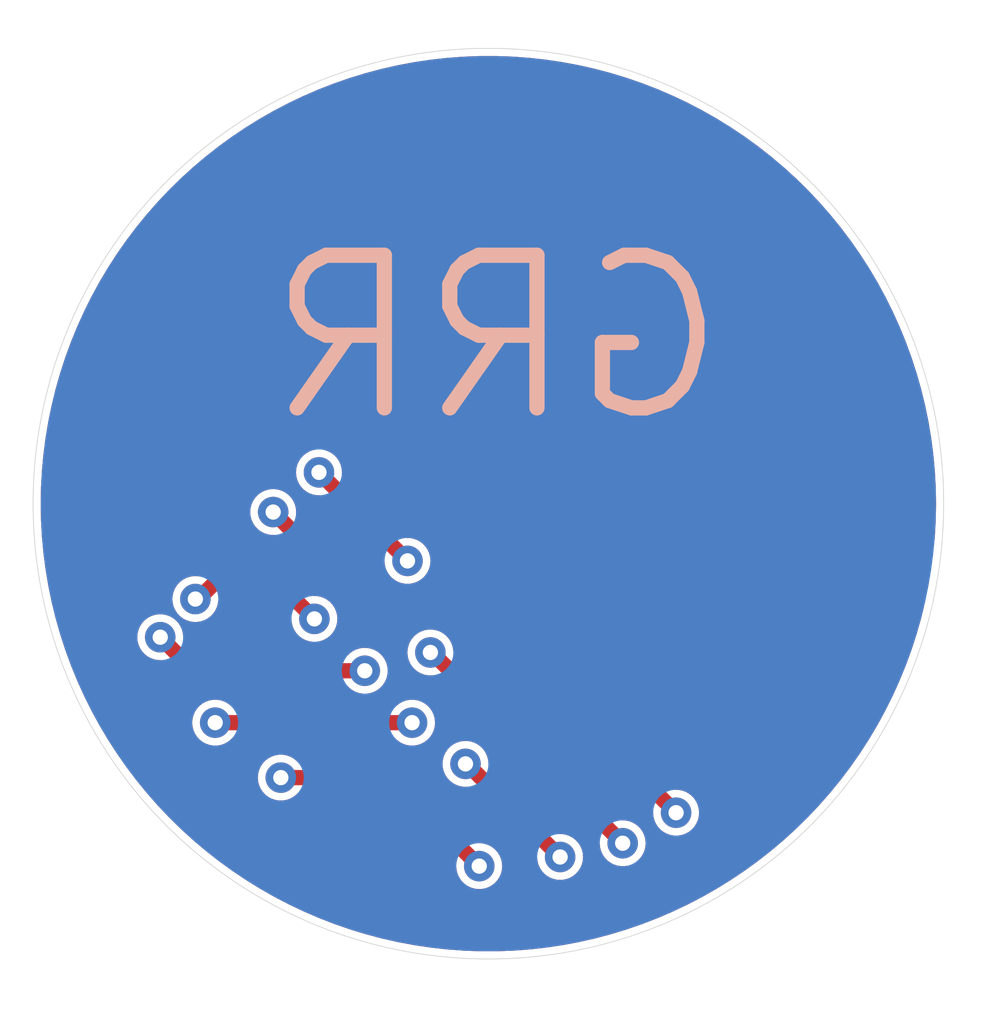
<source format=kicad_pcb>
(kicad_pcb (version 20240108) (generator "pcbnew") (generator_version "8.0")
  (layers (0 "F.Cu" signal) (31 "B.Cu" signal) (34 "B.Paste" user) (35 "F.Paste" user) (36 "B.SilkS" user "B.Silkscreen") (37 "F.SilkS" user "F.Silkscreen") (38 "B.Mask" user) (39 "F.Mask" user) (44 "Edge.Cuts" user))
  (net 0 "")
  (footprint "GRR:GRR_LARGE_1" (layer "F.Cu") (at 46 77.75)
    (property "Reference" "REF**" (hide yes))
    (property "Value" "GRR_LARGE_1")
    (pad "1" smd custom (at -25.9 -34) (size 0.462 0.462) (layers "F.Cu" "F.Paste" "F.Mask") (options (clearance outline) (anchor circle)) (primitives (gr_poly (pts (xy -0.3215 -0.1155) (xy -0.312708 -0.1597) (xy -0.287671 -0.197171) (xy -0.2502 -0.222208) (xy -0.206 -0.231) (xy 0.206 -0.231) (xy 0.2502 -0.222208) (xy 0.287671 -0.197171) (xy 0.312708 -0.1597) (xy 0.3215 -0.1155) (xy 0.3215 0.1155) (xy 0.312708 0.1597) (xy 0.287671 0.197171) (xy 0.2502 0.222208) (xy 0.206 0.231) (xy -0.206 0.231) (xy -0.2502 0.222208) (xy -0.287671 0.197171) (xy -0.312708 0.1597) (xy -0.3215 0.1155)) (width 0) (fill yes)) (gr_poly (pts (xy 27.995836 -24.184206) (xy 29.020327 -24.142848) (xy 29.930931 -24.079826) (xy 30.668749 -23.995611) (xy 30.709716 -23.989354) (xy 31.478646 -23.862209) (xy 32.040845 -23.748313) (xy 32.429081 -23.636297) (xy 32.676117 -23.514791) (xy 32.814721 -23.372425) (xy 32.868467 -23.240261) (xy 32.885936 -22.832138) (xy 32.734005 -22.52609) (xy 32.498701 -22.390935) (xy 32.261716 -22.380042) (xy 31.855447 -22.408656) (xy 31.347044 -22.47087) (xy 31.03208 -22.51998) (xy 30.107567 -22.641419) (xy 29.013017 -22.729477) (xy 27.816988 -22.782966) (xy 26.588038 -22.800695) (xy 25.394727 -22.781474) (xy 24.305614 -22.724114) (xy 23.55386 -22.649768) (xy 21.047134 -22.213313) (xy 18.634204 -21.555876) (xy 16.320424 -20.680078) (xy 14.111143 -19.588538) (xy 12.011713 -18.283876) (xy 10.027485 -16.768712) (xy 8.297482 -15.180243) (xy 6.588956 -13.307859) (xy 5.09028 -11.317788) (xy 3.801894 -9.210746) (xy 2.724241 -6.987447) (xy 1.934277 -4.885782) (xy 1.437835 -3.219337) (xy 1.073709 -1.626244) (xy 0.830183 -0.030854) (xy 0.695544 1.642481) (xy 0.657801 3.357032) (xy 0.668262 4.259338) (xy 0.701321 5.085273) (xy 0.762801 5.903317) (xy 0.858528 6.781947) (xy 0.994327 7.789644) (xy 1.0895 8.432233) (xy 1.115299 8.792554) (xy 1.037283 9.032963) (xy 0.910184 9.184603) (xy 0.611543 9.401698) (xy 0.329047 9.396806) (xy 0.060848 9.228673) (xy -0.078392 9.078983) (xy -0.195176 8.856171) (xy -0.297379 8.527698) (xy -0.392878 8.061022) (xy -0.489547 7.423604) (xy -0.595262 6.582903) (xy -0.6102 6.455961) (xy -0.781912 3.980229) (xy -0.724439 1.497484) (xy -0.443987 -0.971255) (xy 0.053241 -3.404972) (xy 0.761041 -5.782649) (xy 1.673208 -8.083268) (xy 2.783539 -10.285814) (xy 4.085828 -12.369267) (xy 5.491862 -14.215166) (xy 7.269903 -16.157332) (xy 9.18484 -17.902406) (xy 11.230672 -19.447058) (xy 13.401397 -20.787962) (xy 15.691015 -21.92179) (xy 18.093526 -22.845213) (xy 20.602927 -23.554905) (xy 23.213218 -24.047538) (xy 23.226541 -24.049455) (xy 23.93698 -24.12352) (xy 24.828029 -24.173555) (xy 25.840787 -24.200032) (xy 26.916356 -24.203424)) (width 0) (fill yes))))
    (pad "1" smd custom (at -7.1 -41.9) (size 0.462 0.462) (layers "F.Cu" "F.Paste" "F.Mask") (options (clearance outline) (anchor circle)) (primitives (gr_poly (pts (xy -0.3215 -0.1155) (xy -0.312708 -0.1597) (xy -0.287671 -0.197171) (xy -0.2502 -0.222208) (xy -0.206 -0.231) (xy 0.206 -0.231) (xy 0.2502 -0.222208) (xy 0.287671 -0.197171) (xy 0.312708 -0.1597) (xy 0.3215 -0.1155) (xy 0.3215 0.1155) (xy 0.312708 0.1597) (xy 0.287671 0.197171) (xy 0.2502 0.222208) (xy 0.206 0.231) (xy -0.206 0.231) (xy -0.2502 0.222208) (xy -0.287671 0.197171) (xy -0.312708 0.1597) (xy -0.3215 0.1155)) (width 0) (fill yes)) (gr_poly (pts (xy 17.674493 -14.502632) (xy 17.781495 -14.428477) (xy 17.828929 -14.357536) (xy 17.894898 -14.11831) (xy 17.870511 -13.998194) (xy 17.749223 -13.884039) (xy 17.470172 -13.655937) (xy 17.069602 -13.342509) (xy 16.583757 -12.972378) (xy 16.344076 -12.792793) (xy 14.914557 -11.697266) (xy 13.364272 -10.451136) (xy 11.67968 -9.043339) (xy 10.268018 -7.829622) (xy 9.683765 -7.316941) (xy 9.013057 -6.720274) (xy 8.283951 -6.065326) (xy 7.524504 -5.377804) (xy 6.76277 -4.683416) (xy 6.026808 -4.007869) (xy 5.344672 -3.376868) (xy 4.744419 -2.816121) (xy 4.254104 -2.351335) (xy 3.901785 -2.008217) (xy 3.787548 -1.891793) (xy 3.389314 -1.47409) (xy 3.652168 -0.969794) (xy 3.84495 -0.359678) (xy 3.811083 0.257315) (xy 3.554253 0.830063) (xy 3.518747 0.879835) (xy 3.255086 1.236455) (xy 4.394363 2.39619) (xy 4.618057 2.626236) (xy 4.997006 3.018808) (xy 5.52014 3.562357) (xy 6.176391 4.245335) (xy 6.95469 5.056194) (xy 7.843969 5.983387) (xy 8.83316 7.015365) (xy 9.911193 8.140581) (xy 11.067001 9.347486) (xy 12.289514 10.624534) (xy 13.567665 11.960175) (xy 14.890385 13.342862) (xy 16.246605 14.761048) (xy 16.524915 15.052133) (xy 17.876355 16.465597) (xy 19.189871 17.839283) (xy 20.454995 19.162246) (xy 21.661255 20.423543) (xy 22.798183 21.612229) (xy 23.855309 22.717361) (xy 24.822162 23.727995) (xy 25.688272 24.633188) (xy 26.443169 25.421994) (xy 27.076384 26.083471) (xy 27.577447 26.606674) (xy 27.935887 26.98066) (xy 28.141235 27.194486) (xy 28.168877 27.223137) (xy 28.533421 27.626352) (xy 28.75094 27.946834) (xy 28.862573 28.252044) (xy 28.889583 28.405051) (xy 28.957602 28.91217) (xy 27.340701 30.529071) (xy 26.768463 31.097628) (xy 26.335309 31.515816) (xy 26.012806 31.806186) (xy 25.772519 31.99129) (xy 25.586014 32.093679) (xy 25.424855 32.135906) (xy 25.307398 32.141706) (xy 24.940957 32.096244) (xy 24.639664 31.992706) (xy 24.637083 31.991232) (xy 24.522559 31.892531) (xy 24.24402 31.636296) (xy 23.811136 31.231722) (xy 23.233575 30.688005) (xy 22.521006 30.014342) (xy 21.683096 29.219928) (xy 20.729515 28.313959) (xy 19.669931 27.305631) (xy 18.514012 26.204139) (xy 17.271428 25.01868) (xy 15.951845 23.75845) (xy 14.564933 22.432644) (xy 13.120361 21.050458) (xy 11.627796 19.621088) (xy 11.169981 19.182407) (xy -2.043209 6.519791) (xy -2.399699 6.783355) (xy -2.792453 6.96687) (xy -3.2861 7.053856) (xy -3.792316 7.042917) (xy -4.222778 6.932654) (xy -4.411333 6.815205) (xy -4.571286 6.685359) (xy -4.700977 6.66867) (xy -4.872316 6.783992) (xy -5.100094 6.995774) (xy -5.401575 7.296894) (xy -5.837287 7.751268) (xy -6.382272 8.331532) (xy -7.011574 9.01032) (xy -7.700233 9.760268) (xy -8.423292 10.554011) (xy -9.155793 11.364183) (xy -9.872779 12.16342) (xy -10.549292 12.924356) (xy -11.160374 13.619627) (xy -11.530687 14.046613) (xy -12.709903 15.433528) (xy -13.829165 16.784616) (xy -14.859698 18.064255) (xy -15.772726 19.236821) (xy -16.399052 20.073627) (xy -16.772163 20.572225) (xy -17.043609 20.898783) (xy -17.245737 21.081271) (xy -17.410893 21.147664) (xy -17.571425 21.125932) (xy -17.602843 21.114623) (xy -17.708646 21.032869) (xy -17.761957 20.868833) (xy -17.759929 20.593431) (xy -17.699718 20.177577) (xy -17.578478 19.592185) (xy -17.393365 18.808172) (xy -17.366477 18.698356) (xy -16.50499 15.687943) (xy -15.413991 12.727009) (xy -14.103033 9.836511) (xy -12.581668 7.037408) (xy -10.859446 4.350659) (xy -10.76709 4.21801) (xy -10.389664 3.682525) (xy -10.036741 3.189863) (xy -9.743201 2.788172) (xy -9.543926 2.525601) (xy -9.515827 2.490835) (xy -9.232224 2.14802) (xy -9.579458 1.752542) (xy -9.918585 1.210178) (xy -10.025496 0.63188) (xy -9.898252 0.045581) (xy -9.732664 -0.296394) (xy -9.564848 -0.563841) (xy -9.53522 -0.59961) (xy -9.462135 -0.719076) (xy -9.489542 -0.855664) (xy -9.643314 -1.056901) (xy -9.949324 -1.370313) (xy -9.961138 -1.381955) (xy -10.283823 -1.736596) (xy -10.496628 -2.044991) (xy -10.560663 -2.228977) (xy -10.489581 -2.388535) (xy -10.291756 -2.705647) (xy -9.990323 -3.149449) (xy -9.608418 -3.689076) (xy -9.169174 -4.293665) (xy -8.695726 -4.93235) (xy -8.211209 -5.574269) (xy -7.738758 -6.188555) (xy -7.301506 -6.744346) (xy -6.922589 -7.210777) (xy -6.625142 -7.556983) (xy -6.432298 -7.752101) (xy -6.405947 -7.771857) (xy -6.17049 -7.871036) (xy -5.916751 -7.845904) (xy -5.611359 -7.679181) (xy -5.220944 -7.353587) (xy -4.797046 -6.938737) (xy -4.029163 -6.157004) (xy -3.653444 -6.386109) (xy -3.090608 -6.596469) (xy -2.479489 -6.602292) (xy -1.885382 -6.411323) (xy -1.472038 -6.127347) (xy -1.340314 -6.023598) (xy -1.213594 -6.000179) (xy -1.037905 -6.075501) (xy -0.759278 -6.267971) (xy -0.509005 -6.455842) (xy 1.895969 -8.147681) (xy 4.436915 -9.693981) (xy 7.077064 -11.077068) (xy 9.779648 -12.279266) (xy 12.507897 -13.282898) (xy 15.225042 -14.070289) (xy 15.441232 -14.123507) (xy 16.222954 -14.309966) (xy 16.80455 -14.437914) (xy 17.218611 -14.510544) (xy 17.497728 -14.531052)) (width 0) (fill yes))))
    (pad "1" smd custom (at 9.4 -40.5) (size 0.462 0.462) (layers "F.Cu" "F.Paste" "F.Mask") (options (clearance outline) (anchor circle)) (primitives (gr_poly (pts (xy -0.3215 -0.1155) (xy -0.312708 -0.1597) (xy -0.287671 -0.197171) (xy -0.2502 -0.222208) (xy -0.206 -0.231) (xy 0.206 -0.231) (xy 0.2502 -0.222208) (xy 0.287671 -0.197171) (xy 0.312708 -0.1597) (xy 0.3215 -0.1155) (xy 0.3215 0.1155) (xy 0.312708 0.1597) (xy 0.287671 0.197171) (xy 0.2502 0.222208) (xy 0.206 0.231) (xy -0.206 0.231) (xy -0.2502 0.222208) (xy -0.287671 0.197171) (xy -0.312708 0.1597) (xy -0.3215 0.1155)) (width 0) (fill yes)) (gr_poly (pts (xy 0.849984 -7.152656) (xy 0.902891 -7.139366) (xy 1.014665 -7.020397) (xy 1.228691 -6.725444) (xy 1.52431 -6.285542) (xy 1.880866 -5.731729) (xy 2.2777 -5.095042) (xy 2.434812 -4.837743) (xy 2.882546 -4.102996) (xy 3.227142 -3.54837) (xy 3.489127 -3.147415) (xy 3.689026 -2.873681) (xy 3.847366 -2.700718) (xy 3.984675 -2.602076) (xy 4.121477 -2.551305) (xy 4.225335 -2.53052) (xy 4.566566 -2.469038) (xy 4.822135 -2.415924) (xy 4.839811 -2.411561) (xy 4.983416 -2.470086) (xy 5.283429 -2.659757) (xy 5.709908 -2.959281) (xy 6.23291 -3.347367) (xy 6.822491 -3.80272) (xy 7.055299 -3.987001) (xy 7.826143 -4.592426) (xy 8.431501 -5.047326) (xy 8.885528 -5.361467) (xy 9.202377 -5.544616) (xy 9.396205 -5.606539) (xy 9.402692 -5.60663) (xy 9.653637 -5.547992) (xy 10.034133 -5.394077) (xy 10.489363 -5.174819) (xy 10.964512 -4.92015) (xy 11.404765 -4.660005) (xy 11.755305 -4.424316) (xy 11.961316 -4.243016) (xy 11.990684 -4.193403) (xy 11.999753 -4.014511) (xy 11.988313 -3.634843) (xy 11.95859 -3.093309) (xy 11.912814 -2.428816) (xy 11.853213 -1.680272) (xy 11.833873 -1.45545) (xy 11.612761 1.072512) (xy 12.064808 1.538648) (xy 12.516854 2.004783) (xy 15.088522 1.88193) (xy 16.022672 1.843246) (xy 16.788356 1.823937) (xy 17.366607 1.824069) (xy 17.738455 1.843709) (xy 17.87211 1.872124) (xy 18.027635 2.036241) (xy 18.242127 2.365412) (xy 18.486023 2.800798) (xy 18.729759 3.283564) (xy 18.943771 3.754871) (xy 19.098495 4.155884) (xy 19.164366 4.427766) (xy 19.164929 4.445031) (xy 19.10897 4.628673) (xy 18.9329 4.919799) (xy 18.62443 5.335064) (xy 18.17127 5.891123) (xy 17.630095 6.525103) (xy 17.14396 7.087416) (xy 16.704102 7.597946) (xy 16.337972 8.024693) (xy 16.073017 8.335661) (xy 15.936687 8.498849) (xy 15.933001 8.503491) (xy 15.833505 8.755068) (xy 15.835183 9.159878) (xy 15.852818 9.306237) (xy 15.934895 9.903005) (xy 18.140793 11.3611) (xy 18.788183 11.79411) (xy 19.36595 12.190247) (xy 19.844123 12.528166) (xy 20.19273 12.786522) (xy 20.381801 12.94397) (xy 20.406331 12.974616) (xy 20.41157 13.160477) (xy 20.374201 13.519839) (xy 20.305203 13.991487) (xy 20.215557 14.514203) (xy 20.116239 15.02677) (xy 20.018229 15.467971) (xy 19.932506 15.776589) (xy 19.884937 15.881878) (xy 19.739233 15.947551) (xy 19.394282 16.05575) (xy 18.88585 16.196717) (xy 18.249703 16.360697) (xy 17.521608 16.537936) (xy 17.223235 16.6079) (xy 16.384545 16.803768) (xy 15.74894 16.957467) (xy 15.284676 17.079919) (xy 14.960005 17.182048) (xy 14.743183 17.274777) (xy 14.602464 17.369029) (xy 14.506102 17.475728) (xy 14.448719 17.562576) (xy 14.308182 17.805448) (xy 14.217224 18.028974) (xy 14.181362 18.269204) (xy 14.206112 18.562191) (xy 14.296992 18.943986) (xy 14.459518 19.450642) (xy 14.699207 20.118212) (xy 14.937945 20.759563) (xy 15.199424 21.47117) (xy 15.42868 22.120546) (xy 15.612709 22.668741) (xy 15.738504 23.076805) (xy 15.793059 23.305787) (xy 15.794313 23.324195) (xy 15.705961 23.544016) (xy 15.471336 23.864794) (xy 15.136089 24.242123) (xy 14.74587 24.631594) (xy 14.346326 24.988801) (xy 13.983109 25.269337) (xy 13.701868 25.428795) (xy 13.609761 25.449289) (xy 13.452903 25.395577) (xy 13.20667 25.224872) (xy 12.854707 24.922826) (xy 12.380659 24.475088) (xy 11.768171 23.867308) (xy 11.517465 23.613507) (xy 10.424083 22.501461) (xy 9.488231 21.54765) (xy 8.697955 20.739313) (xy 8.041302 20.063687) (xy 7.50632 19.508011) (xy 7.081054 19.059522) (xy 6.753553 18.705459) (xy 6.511863 18.433059) (xy 6.344031 18.22956) (xy 6.238104 18.0822) (xy 6.182129 17.978218) (xy 6.164153 17.90485) (xy 6.163981 17.897688) (xy 6.250237 17.694742) (xy 6.492221 17.365261) (xy 6.864756 16.941577) (xy 7.09692 16.699628) (xy 7.988189 15.678955) (xy 8.66306 14.63796) (xy 9.145267 13.538985) (xy 9.207417 13.351185) (xy 9.403211 12.464176) (xy 9.485026 11.460864) (xy 9.454145 10.430326) (xy 9.31185 9.461639) (xy 9.14269 8.856877) (xy 8.588097 7.626872) (xy 7.859151 6.537703) (xy 6.978542 5.603117) (xy 5.96896 4.836861) (xy 4.853093 4.252681) (xy 3.653631 3.864325) (xy 2.393264 3.685538) (xy 1.094682 3.730068) (xy 0.760948 3.778677) (xy -0.25306 4.052955) (xy -1.313352 4.532419) (xy -2.381442 5.196914) (xy -3.254348 5.88147) (xy -3.692786 6.243405) (xy -4.085715 6.536979) (xy -4.387291 6.729826) (xy -4.541979 6.790522) (xy -4.60355 6.776885) (xy -4.692635 6.728123) (xy -4.821199 6.632455) (xy -5.001204 6.478101) (xy -5.244614 6.253282) (xy -5.563392 5.946219) (xy -5.969501 5.54513) (xy -6.474903 5.038236) (xy -7.091563 4.413759) (xy -7.831443 3.659917) (xy -8.706506 2.764931) (xy -9.728716 1.717021) (xy -10.538564 0.885835) (xy -11.0959 0.302043) (xy -11.492063 -0.142046) (xy -11.744456 -0.468207) (xy -11.870482 -0.698214) (xy -11.892891 -0.808692) (xy -11.803786 -1.043503) (xy -11.567075 -1.376639) (xy -11.228661 -1.763186) (xy -10.83445 -2.158229) (xy -10.430346 -2.516853) (xy -10.062252 -2.794143) (xy -9.776074 -2.945182) (xy -9.694006 -2.960189) (xy -9.495364 -2.91515) (xy -9.113455 -2.789377) (xy -8.58634 -2.596894) (xy -7.952081 -2.35172) (xy -7.248739 -2.067877) (xy -7.062031 -1.99063) (xy -4.730523 -1.02107) (xy -4.16159 -1.287544) (xy -3.986941 -1.365189) (xy -3.849226 -1.431999) (xy -3.736715 -1.515631) (xy -3.637683 -1.643741) (xy -3.540399 -1.843986) (xy -3.433138 -2.144022) (xy -3.30417 -2.571508) (xy -3.141767 -3.154098) (xy -2.934203 -3.91945) (xy -2.73764 -4.645497) (xy -2.528085 -5.379152) (xy -2.334634 -5.98341) (xy -2.168632 -6.425915) (xy -2.041423 -6.674311) (xy -2.01622 -6.703002) (xy -1.813195 -6.793387) (xy -1.434262 -6.891065) (xy -0.943681 -6.986431) (xy -0.405708 -7.069878) (xy 0.115399 -7.131802) (xy 0.555382 -7.162596)) (width 0) (fill yes))))
    (pad "1" smd custom (at 11.1 -30.4) (size 0.462 0.462) (layers "F.Cu" "F.Paste" "F.Mask") (options (clearance outline) (anchor circle)) (primitives (gr_poly (pts (xy -0.3215 -0.1155) (xy -0.312708 -0.1597) (xy -0.287671 -0.197171) (xy -0.2502 -0.222208) (xy -0.206 -0.231) (xy 0.206 -0.231) (xy 0.2502 -0.222208) (xy 0.287671 -0.197171) (xy 0.312708 -0.1597) (xy 0.3215 -0.1155) (xy 0.3215 0.1155) (xy 0.312708 0.1597) (xy 0.287671 0.197171) (xy 0.2502 0.222208) (xy 0.206 0.231) (xy -0.206 0.231) (xy -0.2502 0.222208) (xy -0.287671 0.197171) (xy -0.312708 0.1597) (xy -0.3215 0.1155)) (width 0) (fill yes)) (gr_poly (pts (xy -0.341707 -2.794066) (xy 0.058507 -2.702351) (xy 0.572731 -2.567771) (xy 1.150443 -2.405282) (xy 1.741124 -2.22984) (xy 2.294251 -2.056401) (xy 2.759305 -1.899921) (xy 3.085763 -1.775355) (xy 3.217855 -1.704453) (xy 3.291257 -1.544219) (xy 3.404949 -1.192024) (xy 3.54656 -0.690833) (xy 3.70372 -0.083614) (xy 3.80708 0.342199) (xy 4.258071 2.248378) (xy 3.18733 3.330205) (xy 2.614791 3.892941) (xy 2.170248 4.289738) (xy 1.827382 4.539456) (xy 1.55987 4.660956) (xy 1.341393 4.673099) (xy 1.319478 4.668626) (xy 1.18686 4.572199) (xy 0.913737 4.323613) (xy 0.524114 3.946497) (xy 0.041995 3.46448) (xy -0.508615 2.901191) (xy -1.05801 2.328365) (xy -1.745331 1.600741) (xy -2.279411 1.023296) (xy -2.677059 0.575777) (xy -2.955085 0.237932) (xy -3.130299 -0.010493) (xy -3.21951 -0.18975) (xy -3.240284 -0.300884) (xy -3.20606 -0.473986) (xy -3.08612 -0.681432) (xy -2.854569 -0.954367) (xy -2.485507 -1.323935) (xy -2.050854 -1.731309) (xy -1.44173 -2.271648) (xy -0.984207 -2.629337) (xy -0.675487 -2.806458) (xy -0.57739 -2.827962)) (width 0) (fill yes))))
    (pad "1" smd custom (at 12.6 -54.7) (size 0.462 0.462) (layers "F.Cu" "F.Paste" "F.Mask") (options (clearance outline) (anchor circle)) (primitives (gr_poly (pts (xy -0.3215 -0.1155) (xy -0.312708 -0.1597) (xy -0.287671 -0.197171) (xy -0.2502 -0.222208) (xy -0.206 -0.231) (xy 0.206 -0.231) (xy 0.2502 -0.222208) (xy 0.287671 -0.197171) (xy 0.312708 -0.1597) (xy 0.3215 -0.1155) (xy 0.3215 0.1155) (xy 0.312708 0.1597) (xy 0.287671 0.197171) (xy 0.2502 0.222208) (xy 0.206 0.231) (xy -0.206 0.231) (xy -0.2502 0.222208) (xy -0.287671 0.197171) (xy -0.312708 0.1597) (xy -0.3215 0.1155)) (width 0) (fill yes)) (gr_poly (pts (xy -0.130634 -0.976939) (xy 0.27112 -0.804927) (xy 0.798908 -0.543468) (xy 1.414661 -0.2132) (xy 2.080308 0.165237) (xy 2.75778 0.571204) (xy 3.409005 0.984061) (xy 3.615809 1.12108) (xy 5.60046 2.592439) (xy 7.45791 4.251165) (xy 9.167677 6.073166) (xy 10.709275 8.034352) (xy 12.06222 10.11063) (xy 13.206027 12.277908) (xy 13.329017 12.544626) (xy 13.644803 13.259371) (xy 13.856756 13.794301) (xy 13.972854 14.182825) (xy 14.001074 14.458346) (xy 13.949396 14.654272) (xy 13.860802 14.771291) (xy 13.585448 14.923372) (xy 13.244088 14.965559) (xy 12.948245 14.892302) (xy 12.860417 14.82109) (xy 12.761669 14.652017) (xy 12.594704 14.316111) (xy 12.385939 13.867916) (xy 12.233661 13.527014) (xy 11.118374 11.281822) (xy 9.806357 9.173553) (xy 8.302234 7.20714) (xy 6.610627 5.387512) (xy 4.736158 3.719602) (xy 2.683449 2.208339) (xy 0.457122 0.858655) (xy 0.25545 0.749076) (xy -0.276872 0.45558) (xy -0.630227 0.238445) (xy -0.84184 0.068081) (xy -0.948935 -0.085104) (xy -0.987459 -0.238915) (xy -0.934282 -0.60342) (xy -0.727524 -0.894289) (xy -0.426199 -1.035281) (xy -0.368282 -1.038862)) (width 0) (fill yes))))
    (pad "1" smd custom (at 15.8 -8.3) (size 0.462 0.462) (layers "F.Cu" "F.Paste" "F.Mask") (options (clearance outline) (anchor circle)) (primitives (gr_poly (pts (xy -0.3215 -0.1155) (xy -0.312708 -0.1597) (xy -0.287671 -0.197171) (xy -0.2502 -0.222208) (xy -0.206 -0.231) (xy 0.206 -0.231) (xy 0.2502 -0.222208) (xy 0.287671 -0.197171) (xy 0.312708 -0.1597) (xy 0.3215 -0.1155) (xy 0.3215 0.1155) (xy 0.312708 0.1597) (xy 0.287671 0.197171) (xy 0.2502 0.222208) (xy 0.206 0.231) (xy -0.206 0.231) (xy -0.2502 0.222208) (xy -0.287671 0.197171) (xy -0.312708 0.1597) (xy -0.3215 0.1155)) (width 0) (fill yes)) (gr_poly (pts (xy -39.013219 -11.619641) (xy -38.7477 -11.384522) (xy -38.460702 -10.95006) (xy -38.263342 -10.578008) (xy -37.086583 -8.496264) (xy -35.701837 -6.521475) (xy -34.101377 -4.643056) (xy -33.402518 -3.919756) (xy -31.52974 -2.212005) (xy -29.536803 -0.712329) (xy -27.429061 0.576651) (xy -25.211863 1.652315) (xy -22.890562 2.512044) (xy -20.470508 3.153216) (xy -18.14614 3.549768) (xy -17.037739 3.651861) (xy -15.779195 3.70222) (xy -14.444223 3.7025) (xy -13.106534 3.654354) (xy -11.839842 3.559439) (xy -10.717859 3.419406) (xy -10.468246 3.377477) (xy -7.992584 2.816827) (xy -5.615512 2.036568) (xy -3.336382 1.036446) (xy -1.154545 -0.183796) (xy -0.743488 -0.445385) (xy -0.155036 -0.804517) (xy 0.285143 -1.011445) (xy 0.609996 -1.072472) (xy 0.852469 -0.993901) (xy 1.042263 -0.787012) (xy 1.156443 -0.529591) (xy 1.134685 -0.277225) (xy 0.958348 -0.004224) (xy 0.608793 0.315101) (xy 0.067377 0.706442) (xy -0.143494 0.847162) (xy -1.853781 1.858565) (xy -3.738747 2.765634) (xy -5.748666 3.551259) (xy -7.833815 4.19833) (xy -9.944469 4.689735) (xy -12.030902 5.008365) (xy -12.324935 5.038865) (xy -13.331025 5.109243) (xy -14.466567 5.143299) (xy -15.637542 5.141078) (xy -16.749932 5.102627) (xy -17.630805 5.036313) (xy -20.173478 4.658476) (xy -22.650526 4.055193) (xy -25.047579 3.233112) (xy -27.350264 2.198878) (xy -29.54421 0.959138) (xy -31.615043 -0.479461) (xy -33.548393 -2.110275) (xy -33.989642 -2.528853) (xy -35.740537 -4.362981) (xy -37.258408 -6.242338) (xy -38.547772 -8.172919) (xy -39.3815 -9.685782) (xy -39.683902 -10.324234) (xy -39.856764 -10.795798) (xy -39.903761 -11.134133) (xy -39.828565 -11.372901) (xy -39.634848 -11.54576) (xy -39.587366 -11.572638) (xy -39.284145 -11.675613)) (width 0) (fill yes))))
    (pad "1" smd custom (at 26.4 -22.2) (size 0.462 0.462) (layers "F.Cu" "F.Paste" "F.Mask") (options (clearance outline) (anchor circle)) (primitives (gr_poly (pts (xy -0.3215 -0.1155) (xy -0.312708 -0.1597) (xy -0.287671 -0.197171) (xy -0.2502 -0.222208) (xy -0.206 -0.231) (xy 0.206 -0.231) (xy 0.2502 -0.222208) (xy 0.287671 -0.197171) (xy 0.312708 -0.1597) (xy 0.3215 -0.1155) (xy 0.3215 0.1155) (xy 0.312708 0.1597) (xy 0.287671 0.197171) (xy 0.2502 0.222208) (xy 0.206 0.231) (xy -0.206 0.231) (xy -0.2502 0.222208) (xy -0.287671 0.197171) (xy -0.312708 0.1597) (xy -0.3215 0.1155)) (width 0) (fill yes)) (gr_poly (pts (xy 0.512339 -0.698567) (xy 0.651953 -0.516164) (xy 0.692705 -0.360494) (xy 0.664017 -0.098987) (xy 0.558069 0.30665) (xy 0.367039 0.894709) (xy 0.35905 0.918089) (xy 0.088421 1.646443) (xy -0.15787 2.154843) (xy -0.397693 2.460363) (xy -0.648921 2.58008) (xy -0.929426 2.531067) (xy -1.178902 2.387487) (xy -1.328809 2.260062) (xy -1.409349 2.107404) (xy -1.416296 1.88902) (xy -1.345426 1.564417) (xy -1.192513 1.093104) (xy -0.98367 0.516556) (xy -0.766692 -0.050505) (xy -0.598306 -0.430331) (xy -0.454169 -0.665131) (xy -0.309941 -0.797115) (xy -0.194853 -0.851301) (xy 0.191639 -0.889201)) (width 0) (fill yes))))
    (pad "1" smd custom (at 27.6 -32.4) (size 0.462 0.462) (layers "F.Cu" "F.Paste" "F.Mask") (options (clearance outline) (anchor circle)) (primitives (gr_poly (pts (xy -0.3215 -0.1155) (xy -0.312708 -0.1597) (xy -0.287671 -0.197171) (xy -0.2502 -0.222208) (xy -0.206 -0.231) (xy 0.206 -0.231) (xy 0.2502 -0.222208) (xy 0.287671 -0.197171) (xy 0.312708 -0.1597) (xy 0.3215 -0.1155) (xy 0.3215 0.1155) (xy 0.312708 0.1597) (xy 0.287671 0.197171) (xy 0.2502 0.222208) (xy 0.206 0.231) (xy -0.206 0.231) (xy -0.2502 0.222208) (xy -0.287671 0.197171) (xy -0.312708 0.1597) (xy -0.3215 0.1155)) (width 0) (fill yes)) (gr_poly (pts (xy 0.346983 -0.822677) (xy 0.540441 -0.69288) (xy 0.670338 -0.433175) (xy 0.753436 -0.008072) (xy 0.806498 0.617918) (xy 0.811471 0.705101) (xy 0.838044 1.260224) (xy 0.839629 1.629349) (xy 0.809144 1.866568) (xy 0.73951 2.025973) (xy 0.623646 2.161657) (xy 0.620382 2.164926) (xy 0.2713 2.388275) (xy -0.080147 2.372765) (xy -0.359241 2.181517) (xy -0.469729 2.042255) (xy -0.540633 1.856014) (xy -0.580342 1.570884) (xy -0.597244 1.134954) (xy -0.6 0.691517) (xy -0.588822 0.050839) (xy -0.544514 -0.386888) (xy -0.450909 -0.658872) (xy -0.291843 -0.802321) (xy -0.051152 -0.854444) (xy 0.073204 -0.858057)) (width 0) (fill yes))))
  )
  (gr_circle (center 47 47) (end 76 54) (stroke (width 0.05)) (fill none) (layer "Edge.Cuts"))
  (gr_text "GRR" (at 47.5648 42 0) (layer "B.SilkS") (effects (font (size 10 10) (thickness 1)) (justify bottom mirror)))
  (segment (start 45.5 64.05) (end 45.6 64.05) (width 1) (layer "F.Cu") (net 0))
  (segment (start 31.15 50.1) (end 35.6 54.55) (width 1) (layer "F.Cu") (net 0))
  (segment (start 28 53.25) (end 31.15 50.1) (width 1) (layer "F.Cu") (net 0))
  (segment (start 27.8 53.25) (end 28 53.25) (width 1) (layer "F.Cu") (net 0))
  (segment (start 40.6 64.95) (end 46.4 70.75) (width 1) (layer "F.Cu") (net 0))
  (segment (start 32.9 47.55) (end 38.9 53.55) (width 1) (layer "F.Cu") (net 0))
  (segment (start 27.7 57.95) (end 25.5 55.75) (width 1) (layer "F.Cu") (net 0))
  (segment (start 38.9 57.95) (end 27.7 57.95) (width 1) (layer "F.Cu") (net 0))
  (segment (start 45.6 53.55) (end 59.3 67.25) (width 1) (layer "F.Cu") (net 0))
  (segment (start 41.7 50.75) (end 35.9 44.95) (width 1) (layer "F.Cu") (net 0))
  (segment (start 45.6 64.05) (end 51.7 70.15) (width 1) (layer "F.Cu") (net 0))
  (segment (start 43.3 56.75) (end 43.2 56.75) (width 1) (layer "F.Cu") (net 0))
  (segment (start 33.4 64.95) (end 40.6 64.95) (width 1) (layer "F.Cu") (net 0))
  (segment (start 29.1 61.35) (end 42 61.35) (width 1) (layer "F.Cu") (net 0))
  (segment (start 38.9 53.55) (end 45.6 53.55) (width 1) (layer "F.Cu") (net 0))
  (segment (start 55.8 69.25) (end 43.3 56.75) (width 1) (layer "F.Cu") (net 0))
  (via (at 27.8 53.25) (size 2) (drill 1) (layers "F.Cu" "B.Cu") (net 0))
  (via (at 59.3 67.25) (size 2) (drill 1) (layers "F.Cu" "B.Cu") (net 0))
  (via (at 51.7 70.15) (size 2) (drill 1) (layers "F.Cu" "B.Cu") (net 0))
  (via (at 45.5 64.05) (size 2) (drill 1) (layers "F.Cu" "B.Cu") (net 0))
  (via (at 46.4 70.75) (size 2) (drill 1) (layers "F.Cu" "B.Cu") (net 0))
  (via (at 55.8 69.25) (size 2) (drill 1) (layers "F.Cu" "B.Cu") (net 0))
  (via (at 42 61.35) (size 2) (drill 1) (layers "F.Cu" "B.Cu") (net 0))
  (via (at 25.5 55.75) (size 2) (drill 1) (layers "F.Cu" "B.Cu") (net 0))
  (via (at 33.4 64.95) (size 2) (drill 1) (layers "F.Cu" "B.Cu") (net 0))
  (via (at 38.9 57.95) (size 2) (drill 1) (layers "F.Cu" "B.Cu") (net 0))
  (via (at 35.6 54.55) (size 2) (drill 1) (layers "F.Cu" "B.Cu") (net 0))
  (via (at 29.1 61.35) (size 2) (drill 1) (layers "F.Cu" "B.Cu") (net 0))
  (via (at 32.9 47.55) (size 2) (drill 1) (layers "F.Cu" "B.Cu") (net 0))
  (via (at 43.2 56.75) (size 2) (drill 1) (layers "F.Cu" "B.Cu") (net 0))
  (via (at 41.7 50.75) (size 2) (drill 1) (layers "F.Cu" "B.Cu") (net 0))
  (via (at 35.9 44.95) (size 2) (drill 1) (layers "F.Cu" "B.Cu") (net 0))
  (zone (net 0) (net_name "") (layers "F&B.Cu") (connect_pads (clearance 0.5)) (min_thickness 0.25) (fill yes (thermal_gap 0.5) (thermal_bridge_width 0.5) (island_removal_mode 1) (island_area_min 10))
    (polygon (pts (xy 16 14) (xy 80 14) (xy 80 80) (xy 15 80)))
  )
)
</source>
